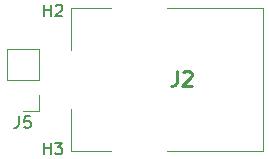
<source format=gto>
%TF.GenerationSoftware,KiCad,Pcbnew,7.0.5*%
%TF.CreationDate,2024-02-13T09:57:52+02:00*%
%TF.ProjectId,USB Connector,55534220-436f-46e6-9e65-63746f722e6b,V0*%
%TF.SameCoordinates,Original*%
%TF.FileFunction,Legend,Top*%
%TF.FilePolarity,Positive*%
%FSLAX46Y46*%
G04 Gerber Fmt 4.6, Leading zero omitted, Abs format (unit mm)*
G04 Created by KiCad (PCBNEW 7.0.5) date 2024-02-13 09:57:52*
%MOMM*%
%LPD*%
G01*
G04 APERTURE LIST*
%ADD10C,0.150000*%
%ADD11C,0.254000*%
%ADD12C,0.100000*%
%ADD13C,0.120000*%
G04 APERTURE END LIST*
D10*
%TO.C,H2*%
X-4267904Y5437180D02*
X-4267904Y6437180D01*
X-4267904Y5960990D02*
X-3696476Y5960990D01*
X-3696476Y5437180D02*
X-3696476Y6437180D01*
X-3267904Y6341942D02*
X-3220285Y6389561D01*
X-3220285Y6389561D02*
X-3125047Y6437180D01*
X-3125047Y6437180D02*
X-2886952Y6437180D01*
X-2886952Y6437180D02*
X-2791714Y6389561D01*
X-2791714Y6389561D02*
X-2744095Y6341942D01*
X-2744095Y6341942D02*
X-2696476Y6246704D01*
X-2696476Y6246704D02*
X-2696476Y6151466D01*
X-2696476Y6151466D02*
X-2744095Y6008609D01*
X-2744095Y6008609D02*
X-3315523Y5437180D01*
X-3315523Y5437180D02*
X-2696476Y5437180D01*
D11*
%TO.C,J2*%
X6978667Y821681D02*
X6978667Y-85461D01*
X6978667Y-85461D02*
X6918190Y-266889D01*
X6918190Y-266889D02*
X6797238Y-387842D01*
X6797238Y-387842D02*
X6615809Y-448318D01*
X6615809Y-448318D02*
X6494857Y-448318D01*
X7522952Y700729D02*
X7583428Y761205D01*
X7583428Y761205D02*
X7704381Y821681D01*
X7704381Y821681D02*
X8006762Y821681D01*
X8006762Y821681D02*
X8127714Y761205D01*
X8127714Y761205D02*
X8188190Y700729D01*
X8188190Y700729D02*
X8248667Y579777D01*
X8248667Y579777D02*
X8248667Y458824D01*
X8248667Y458824D02*
X8188190Y277396D01*
X8188190Y277396D02*
X7462476Y-448318D01*
X7462476Y-448318D02*
X8248667Y-448318D01*
D10*
%TO.C,H3*%
X-4267904Y-6246819D02*
X-4267904Y-5246819D01*
X-4267904Y-5723009D02*
X-3696476Y-5723009D01*
X-3696476Y-6246819D02*
X-3696476Y-5246819D01*
X-3315523Y-5246819D02*
X-2696476Y-5246819D01*
X-2696476Y-5246819D02*
X-3029809Y-5627771D01*
X-3029809Y-5627771D02*
X-2886952Y-5627771D01*
X-2886952Y-5627771D02*
X-2791714Y-5675390D01*
X-2791714Y-5675390D02*
X-2744095Y-5723009D01*
X-2744095Y-5723009D02*
X-2696476Y-5818247D01*
X-2696476Y-5818247D02*
X-2696476Y-6056342D01*
X-2696476Y-6056342D02*
X-2744095Y-6151580D01*
X-2744095Y-6151580D02*
X-2791714Y-6199200D01*
X-2791714Y-6199200D02*
X-2886952Y-6246819D01*
X-2886952Y-6246819D02*
X-3172666Y-6246819D01*
X-3172666Y-6246819D02*
X-3267904Y-6199200D01*
X-3267904Y-6199200D02*
X-3315523Y-6151580D01*
%TO.C,J5*%
X-6379333Y-3004819D02*
X-6379333Y-3719104D01*
X-6379333Y-3719104D02*
X-6426952Y-3861961D01*
X-6426952Y-3861961D02*
X-6522190Y-3957200D01*
X-6522190Y-3957200D02*
X-6665047Y-4004819D01*
X-6665047Y-4004819D02*
X-6760285Y-4004819D01*
X-5426952Y-3004819D02*
X-5903142Y-3004819D01*
X-5903142Y-3004819D02*
X-5950761Y-3481009D01*
X-5950761Y-3481009D02*
X-5903142Y-3433390D01*
X-5903142Y-3433390D02*
X-5807904Y-3385771D01*
X-5807904Y-3385771D02*
X-5569809Y-3385771D01*
X-5569809Y-3385771D02*
X-5474571Y-3433390D01*
X-5474571Y-3433390D02*
X-5426952Y-3481009D01*
X-5426952Y-3481009D02*
X-5379333Y-3576247D01*
X-5379333Y-3576247D02*
X-5379333Y-3814342D01*
X-5379333Y-3814342D02*
X-5426952Y-3909580D01*
X-5426952Y-3909580D02*
X-5474571Y-3957200D01*
X-5474571Y-3957200D02*
X-5569809Y-4004819D01*
X-5569809Y-4004819D02*
X-5807904Y-4004819D01*
X-5807904Y-4004819D02*
X-5903142Y-3957200D01*
X-5903142Y-3957200D02*
X-5950761Y-3909580D01*
D12*
%TO.C,J2*%
X-1954000Y-6000000D02*
X-1954000Y-6000000D01*
X-1954000Y-6000000D02*
X-1954000Y-6000000D01*
X-1954000Y-6000000D02*
X1396000Y-6000000D01*
X-1954000Y-6000000D02*
X-1954000Y-2450000D01*
X1396000Y-6000000D02*
X-1954000Y-6000000D01*
X1396000Y-6000000D02*
X1396000Y-6000000D01*
X6146000Y-6000000D02*
X6146000Y-6000000D01*
X6146000Y-6000000D02*
X14246000Y-6000000D01*
X14246000Y-6000000D02*
X6146000Y-6000000D01*
X14246000Y-6000000D02*
X14246000Y-6000000D01*
X14246000Y-6000000D02*
X14246000Y-6000000D01*
X14246000Y-6000000D02*
X14246000Y6100000D01*
X-1954000Y-2450000D02*
X-1954000Y-6000000D01*
X-1954000Y-2450000D02*
X-1954000Y-2450000D01*
X-1954000Y2550000D02*
X-1954000Y2550000D01*
X-1954000Y2550000D02*
X-1954000Y6100000D01*
X-1954000Y6100000D02*
X-1954000Y2550000D01*
X-1954000Y6100000D02*
X-1954000Y6100000D01*
X-1954000Y6100000D02*
X-1954000Y6100000D01*
X-1954000Y6100000D02*
X1396000Y6100000D01*
X1396000Y6100000D02*
X-1954000Y6100000D01*
X1396000Y6100000D02*
X1396000Y6100000D01*
X6146000Y6100000D02*
X6146000Y6100000D01*
X6146000Y6100000D02*
X14246000Y6100000D01*
X14246000Y6100000D02*
X14246000Y-6000000D01*
X14246000Y6100000D02*
X6146000Y6100000D01*
X14246000Y6100000D02*
X14246000Y6100000D01*
X14246000Y6100000D02*
X14246000Y6100000D01*
D13*
%TO.C,J5*%
X-4716000Y-2550000D02*
X-6046000Y-2550000D01*
X-4716000Y-1220000D02*
X-4716000Y-2550000D01*
X-4716000Y50000D02*
X-4716000Y2650000D01*
X-4716000Y50000D02*
X-7376000Y50000D01*
X-4716000Y2650000D02*
X-7376000Y2650000D01*
X-7376000Y50000D02*
X-7376000Y2650000D01*
%TD*%
M02*

</source>
